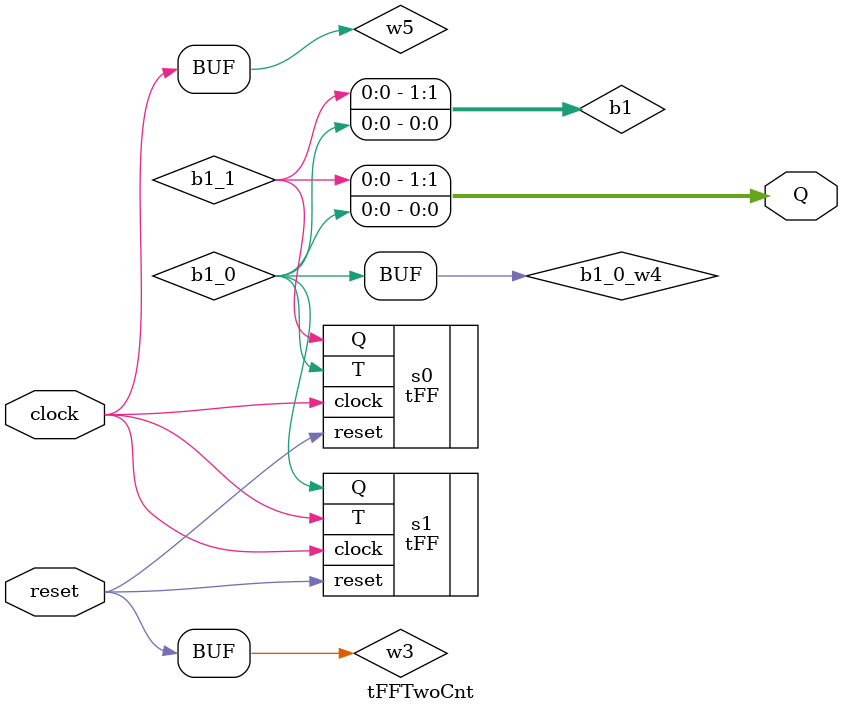
<source format=v>
module tFFTwoCnt(Q,reset,clock);

output [1:0] Q;
input reset;
input clock;

wire [1:0] b1;
wire  w3;
wire  w5;
wire  b1_1;
wire  b1_0;
wire  b1_0_w4;

assign Q = b1;
assign w3 = reset;
assign w5 = clock;

assign b1[1] = b1_1;
assign b1[0] = b1_0;

assign b1_0_w4 = {b1[0]};

tFF
     s0 (
      .Q(b1_1),
      .reset(w3),
      .T(b1_0_w4),
      .clock(w5));

tFF
     s1 (
      .reset(w3),
      .Q(b1_0),
      .T(w5),
      .clock(w5));

endmodule


</source>
